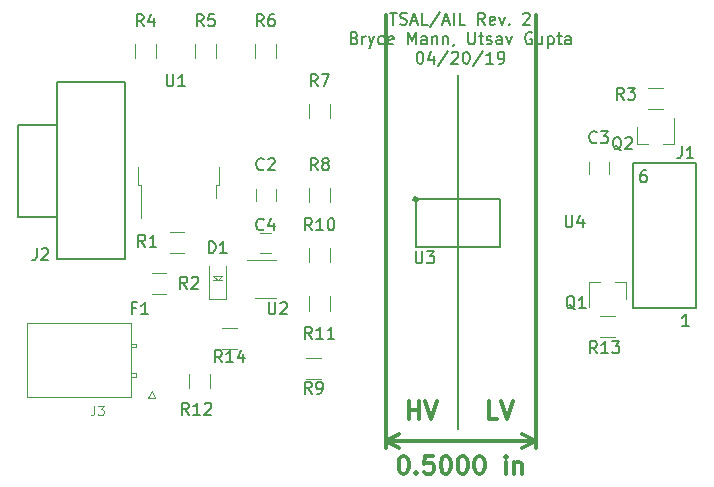
<source format=gto>
G04 #@! TF.GenerationSoftware,KiCad,Pcbnew,5.0.2-bee76a0~70~ubuntu18.04.1*
G04 #@! TF.CreationDate,2019-04-20T18:07:34-04:00*
G04 #@! TF.ProjectId,TSAL,5453414c-2e6b-4696-9361-645f70636258,rev?*
G04 #@! TF.SameCoordinates,Original*
G04 #@! TF.FileFunction,Legend,Top*
G04 #@! TF.FilePolarity,Positive*
%FSLAX46Y46*%
G04 Gerber Fmt 4.6, Leading zero omitted, Abs format (unit mm)*
G04 Created by KiCad (PCBNEW 5.0.2-bee76a0~70~ubuntu18.04.1) date Sat 20 Apr 2019 06:07:34 PM EDT*
%MOMM*%
%LPD*%
G01*
G04 APERTURE LIST*
%ADD10C,0.150000*%
%ADD11C,0.300000*%
%ADD12C,0.200000*%
%ADD13C,0.120000*%
%ADD14C,0.100000*%
%ADD15C,0.400000*%
G04 APERTURE END LIST*
D10*
X162933809Y-75018380D02*
X163505238Y-75018380D01*
X163219523Y-76018380D02*
X163219523Y-75018380D01*
X163790952Y-75970761D02*
X163933809Y-76018380D01*
X164171904Y-76018380D01*
X164267142Y-75970761D01*
X164314761Y-75923142D01*
X164362380Y-75827904D01*
X164362380Y-75732666D01*
X164314761Y-75637428D01*
X164267142Y-75589809D01*
X164171904Y-75542190D01*
X163981428Y-75494571D01*
X163886190Y-75446952D01*
X163838571Y-75399333D01*
X163790952Y-75304095D01*
X163790952Y-75208857D01*
X163838571Y-75113619D01*
X163886190Y-75066000D01*
X163981428Y-75018380D01*
X164219523Y-75018380D01*
X164362380Y-75066000D01*
X164743333Y-75732666D02*
X165219523Y-75732666D01*
X164648095Y-76018380D02*
X164981428Y-75018380D01*
X165314761Y-76018380D01*
X166124285Y-76018380D02*
X165648095Y-76018380D01*
X165648095Y-75018380D01*
X167171904Y-74970761D02*
X166314761Y-76256476D01*
X167457619Y-75732666D02*
X167933809Y-75732666D01*
X167362380Y-76018380D02*
X167695714Y-75018380D01*
X168029047Y-76018380D01*
X168362380Y-76018380D02*
X168362380Y-75018380D01*
X169314761Y-76018380D02*
X168838571Y-76018380D01*
X168838571Y-75018380D01*
X170981428Y-76018380D02*
X170648095Y-75542190D01*
X170410000Y-76018380D02*
X170410000Y-75018380D01*
X170790952Y-75018380D01*
X170886190Y-75066000D01*
X170933809Y-75113619D01*
X170981428Y-75208857D01*
X170981428Y-75351714D01*
X170933809Y-75446952D01*
X170886190Y-75494571D01*
X170790952Y-75542190D01*
X170410000Y-75542190D01*
X171790952Y-75970761D02*
X171695714Y-76018380D01*
X171505238Y-76018380D01*
X171410000Y-75970761D01*
X171362380Y-75875523D01*
X171362380Y-75494571D01*
X171410000Y-75399333D01*
X171505238Y-75351714D01*
X171695714Y-75351714D01*
X171790952Y-75399333D01*
X171838571Y-75494571D01*
X171838571Y-75589809D01*
X171362380Y-75685047D01*
X172171904Y-75351714D02*
X172410000Y-76018380D01*
X172648095Y-75351714D01*
X173029047Y-75923142D02*
X173076666Y-75970761D01*
X173029047Y-76018380D01*
X172981428Y-75970761D01*
X173029047Y-75923142D01*
X173029047Y-76018380D01*
X174219523Y-75113619D02*
X174267142Y-75066000D01*
X174362380Y-75018380D01*
X174600476Y-75018380D01*
X174695714Y-75066000D01*
X174743333Y-75113619D01*
X174790952Y-75208857D01*
X174790952Y-75304095D01*
X174743333Y-75446952D01*
X174171904Y-76018380D01*
X174790952Y-76018380D01*
X159933809Y-77144571D02*
X160076666Y-77192190D01*
X160124285Y-77239809D01*
X160171904Y-77335047D01*
X160171904Y-77477904D01*
X160124285Y-77573142D01*
X160076666Y-77620761D01*
X159981428Y-77668380D01*
X159600476Y-77668380D01*
X159600476Y-76668380D01*
X159933809Y-76668380D01*
X160029047Y-76716000D01*
X160076666Y-76763619D01*
X160124285Y-76858857D01*
X160124285Y-76954095D01*
X160076666Y-77049333D01*
X160029047Y-77096952D01*
X159933809Y-77144571D01*
X159600476Y-77144571D01*
X160600476Y-77668380D02*
X160600476Y-77001714D01*
X160600476Y-77192190D02*
X160648095Y-77096952D01*
X160695714Y-77049333D01*
X160790952Y-77001714D01*
X160886190Y-77001714D01*
X161124285Y-77001714D02*
X161362380Y-77668380D01*
X161600476Y-77001714D02*
X161362380Y-77668380D01*
X161267142Y-77906476D01*
X161219523Y-77954095D01*
X161124285Y-78001714D01*
X162410000Y-77620761D02*
X162314761Y-77668380D01*
X162124285Y-77668380D01*
X162029047Y-77620761D01*
X161981428Y-77573142D01*
X161933809Y-77477904D01*
X161933809Y-77192190D01*
X161981428Y-77096952D01*
X162029047Y-77049333D01*
X162124285Y-77001714D01*
X162314761Y-77001714D01*
X162410000Y-77049333D01*
X163219523Y-77620761D02*
X163124285Y-77668380D01*
X162933809Y-77668380D01*
X162838571Y-77620761D01*
X162790952Y-77525523D01*
X162790952Y-77144571D01*
X162838571Y-77049333D01*
X162933809Y-77001714D01*
X163124285Y-77001714D01*
X163219523Y-77049333D01*
X163267142Y-77144571D01*
X163267142Y-77239809D01*
X162790952Y-77335047D01*
X164457619Y-77668380D02*
X164457619Y-76668380D01*
X164790952Y-77382666D01*
X165124285Y-76668380D01*
X165124285Y-77668380D01*
X166029047Y-77668380D02*
X166029047Y-77144571D01*
X165981428Y-77049333D01*
X165886190Y-77001714D01*
X165695714Y-77001714D01*
X165600476Y-77049333D01*
X166029047Y-77620761D02*
X165933809Y-77668380D01*
X165695714Y-77668380D01*
X165600476Y-77620761D01*
X165552857Y-77525523D01*
X165552857Y-77430285D01*
X165600476Y-77335047D01*
X165695714Y-77287428D01*
X165933809Y-77287428D01*
X166029047Y-77239809D01*
X166505238Y-77001714D02*
X166505238Y-77668380D01*
X166505238Y-77096952D02*
X166552857Y-77049333D01*
X166648095Y-77001714D01*
X166790952Y-77001714D01*
X166886190Y-77049333D01*
X166933809Y-77144571D01*
X166933809Y-77668380D01*
X167410000Y-77001714D02*
X167410000Y-77668380D01*
X167410000Y-77096952D02*
X167457619Y-77049333D01*
X167552857Y-77001714D01*
X167695714Y-77001714D01*
X167790952Y-77049333D01*
X167838571Y-77144571D01*
X167838571Y-77668380D01*
X168362380Y-77620761D02*
X168362380Y-77668380D01*
X168314761Y-77763619D01*
X168267142Y-77811238D01*
X169552857Y-76668380D02*
X169552857Y-77477904D01*
X169600476Y-77573142D01*
X169648095Y-77620761D01*
X169743333Y-77668380D01*
X169933809Y-77668380D01*
X170029047Y-77620761D01*
X170076666Y-77573142D01*
X170124285Y-77477904D01*
X170124285Y-76668380D01*
X170457619Y-77001714D02*
X170838571Y-77001714D01*
X170600476Y-76668380D02*
X170600476Y-77525523D01*
X170648095Y-77620761D01*
X170743333Y-77668380D01*
X170838571Y-77668380D01*
X171124285Y-77620761D02*
X171219523Y-77668380D01*
X171410000Y-77668380D01*
X171505238Y-77620761D01*
X171552857Y-77525523D01*
X171552857Y-77477904D01*
X171505238Y-77382666D01*
X171410000Y-77335047D01*
X171267142Y-77335047D01*
X171171904Y-77287428D01*
X171124285Y-77192190D01*
X171124285Y-77144571D01*
X171171904Y-77049333D01*
X171267142Y-77001714D01*
X171410000Y-77001714D01*
X171505238Y-77049333D01*
X172410000Y-77668380D02*
X172410000Y-77144571D01*
X172362380Y-77049333D01*
X172267142Y-77001714D01*
X172076666Y-77001714D01*
X171981428Y-77049333D01*
X172410000Y-77620761D02*
X172314761Y-77668380D01*
X172076666Y-77668380D01*
X171981428Y-77620761D01*
X171933809Y-77525523D01*
X171933809Y-77430285D01*
X171981428Y-77335047D01*
X172076666Y-77287428D01*
X172314761Y-77287428D01*
X172410000Y-77239809D01*
X172790952Y-77001714D02*
X173029047Y-77668380D01*
X173267142Y-77001714D01*
X174933809Y-76716000D02*
X174838571Y-76668380D01*
X174695714Y-76668380D01*
X174552857Y-76716000D01*
X174457619Y-76811238D01*
X174410000Y-76906476D01*
X174362380Y-77096952D01*
X174362380Y-77239809D01*
X174410000Y-77430285D01*
X174457619Y-77525523D01*
X174552857Y-77620761D01*
X174695714Y-77668380D01*
X174790952Y-77668380D01*
X174933809Y-77620761D01*
X174981428Y-77573142D01*
X174981428Y-77239809D01*
X174790952Y-77239809D01*
X175838571Y-77001714D02*
X175838571Y-77668380D01*
X175410000Y-77001714D02*
X175410000Y-77525523D01*
X175457619Y-77620761D01*
X175552857Y-77668380D01*
X175695714Y-77668380D01*
X175790952Y-77620761D01*
X175838571Y-77573142D01*
X176314761Y-77001714D02*
X176314761Y-78001714D01*
X176314761Y-77049333D02*
X176410000Y-77001714D01*
X176600476Y-77001714D01*
X176695714Y-77049333D01*
X176743333Y-77096952D01*
X176790952Y-77192190D01*
X176790952Y-77477904D01*
X176743333Y-77573142D01*
X176695714Y-77620761D01*
X176600476Y-77668380D01*
X176410000Y-77668380D01*
X176314761Y-77620761D01*
X177076666Y-77001714D02*
X177457619Y-77001714D01*
X177219523Y-76668380D02*
X177219523Y-77525523D01*
X177267142Y-77620761D01*
X177362380Y-77668380D01*
X177457619Y-77668380D01*
X178219523Y-77668380D02*
X178219523Y-77144571D01*
X178171904Y-77049333D01*
X178076666Y-77001714D01*
X177886190Y-77001714D01*
X177790952Y-77049333D01*
X178219523Y-77620761D02*
X178124285Y-77668380D01*
X177886190Y-77668380D01*
X177790952Y-77620761D01*
X177743333Y-77525523D01*
X177743333Y-77430285D01*
X177790952Y-77335047D01*
X177886190Y-77287428D01*
X178124285Y-77287428D01*
X178219523Y-77239809D01*
X165433809Y-78318380D02*
X165529047Y-78318380D01*
X165624285Y-78366000D01*
X165671904Y-78413619D01*
X165719523Y-78508857D01*
X165767142Y-78699333D01*
X165767142Y-78937428D01*
X165719523Y-79127904D01*
X165671904Y-79223142D01*
X165624285Y-79270761D01*
X165529047Y-79318380D01*
X165433809Y-79318380D01*
X165338571Y-79270761D01*
X165290952Y-79223142D01*
X165243333Y-79127904D01*
X165195714Y-78937428D01*
X165195714Y-78699333D01*
X165243333Y-78508857D01*
X165290952Y-78413619D01*
X165338571Y-78366000D01*
X165433809Y-78318380D01*
X166624285Y-78651714D02*
X166624285Y-79318380D01*
X166386190Y-78270761D02*
X166148095Y-78985047D01*
X166767142Y-78985047D01*
X167862380Y-78270761D02*
X167005238Y-79556476D01*
X168148095Y-78413619D02*
X168195714Y-78366000D01*
X168290952Y-78318380D01*
X168529047Y-78318380D01*
X168624285Y-78366000D01*
X168671904Y-78413619D01*
X168719523Y-78508857D01*
X168719523Y-78604095D01*
X168671904Y-78746952D01*
X168100476Y-79318380D01*
X168719523Y-79318380D01*
X169338571Y-78318380D02*
X169433809Y-78318380D01*
X169529047Y-78366000D01*
X169576666Y-78413619D01*
X169624285Y-78508857D01*
X169671904Y-78699333D01*
X169671904Y-78937428D01*
X169624285Y-79127904D01*
X169576666Y-79223142D01*
X169529047Y-79270761D01*
X169433809Y-79318380D01*
X169338571Y-79318380D01*
X169243333Y-79270761D01*
X169195714Y-79223142D01*
X169148095Y-79127904D01*
X169100476Y-78937428D01*
X169100476Y-78699333D01*
X169148095Y-78508857D01*
X169195714Y-78413619D01*
X169243333Y-78366000D01*
X169338571Y-78318380D01*
X170814761Y-78270761D02*
X169957619Y-79556476D01*
X171671904Y-79318380D02*
X171100476Y-79318380D01*
X171386190Y-79318380D02*
X171386190Y-78318380D01*
X171290952Y-78461238D01*
X171195714Y-78556476D01*
X171100476Y-78604095D01*
X172148095Y-79318380D02*
X172338571Y-79318380D01*
X172433809Y-79270761D01*
X172481428Y-79223142D01*
X172576666Y-79080285D01*
X172624285Y-78889809D01*
X172624285Y-78508857D01*
X172576666Y-78413619D01*
X172529047Y-78366000D01*
X172433809Y-78318380D01*
X172243333Y-78318380D01*
X172148095Y-78366000D01*
X172100476Y-78413619D01*
X172052857Y-78508857D01*
X172052857Y-78746952D01*
X172100476Y-78842190D01*
X172148095Y-78889809D01*
X172243333Y-78937428D01*
X172433809Y-78937428D01*
X172529047Y-78889809D01*
X172576666Y-78842190D01*
X172624285Y-78746952D01*
D11*
X172033428Y-109390571D02*
X171319142Y-109390571D01*
X171319142Y-107890571D01*
X172319142Y-107890571D02*
X172819142Y-109390571D01*
X173319142Y-107890571D01*
X164536571Y-109390571D02*
X164536571Y-107890571D01*
X164536571Y-108604857D02*
X165393714Y-108604857D01*
X165393714Y-109390571D02*
X165393714Y-107890571D01*
X165893714Y-107890571D02*
X166393714Y-109390571D01*
X166893714Y-107890571D01*
D12*
X168656000Y-92964000D02*
X168656000Y-110236000D01*
X168656000Y-92964000D02*
X168656000Y-80264000D01*
D11*
X164017142Y-112530571D02*
X164160000Y-112530571D01*
X164302857Y-112602000D01*
X164374285Y-112673428D01*
X164445714Y-112816285D01*
X164517142Y-113102000D01*
X164517142Y-113459142D01*
X164445714Y-113744857D01*
X164374285Y-113887714D01*
X164302857Y-113959142D01*
X164160000Y-114030571D01*
X164017142Y-114030571D01*
X163874285Y-113959142D01*
X163802857Y-113887714D01*
X163731428Y-113744857D01*
X163660000Y-113459142D01*
X163660000Y-113102000D01*
X163731428Y-112816285D01*
X163802857Y-112673428D01*
X163874285Y-112602000D01*
X164017142Y-112530571D01*
X165160000Y-113887714D02*
X165231428Y-113959142D01*
X165160000Y-114030571D01*
X165088571Y-113959142D01*
X165160000Y-113887714D01*
X165160000Y-114030571D01*
X166588571Y-112530571D02*
X165874285Y-112530571D01*
X165802857Y-113244857D01*
X165874285Y-113173428D01*
X166017142Y-113102000D01*
X166374285Y-113102000D01*
X166517142Y-113173428D01*
X166588571Y-113244857D01*
X166660000Y-113387714D01*
X166660000Y-113744857D01*
X166588571Y-113887714D01*
X166517142Y-113959142D01*
X166374285Y-114030571D01*
X166017142Y-114030571D01*
X165874285Y-113959142D01*
X165802857Y-113887714D01*
X167588571Y-112530571D02*
X167731428Y-112530571D01*
X167874285Y-112602000D01*
X167945714Y-112673428D01*
X168017142Y-112816285D01*
X168088571Y-113102000D01*
X168088571Y-113459142D01*
X168017142Y-113744857D01*
X167945714Y-113887714D01*
X167874285Y-113959142D01*
X167731428Y-114030571D01*
X167588571Y-114030571D01*
X167445714Y-113959142D01*
X167374285Y-113887714D01*
X167302857Y-113744857D01*
X167231428Y-113459142D01*
X167231428Y-113102000D01*
X167302857Y-112816285D01*
X167374285Y-112673428D01*
X167445714Y-112602000D01*
X167588571Y-112530571D01*
X169017142Y-112530571D02*
X169160000Y-112530571D01*
X169302857Y-112602000D01*
X169374285Y-112673428D01*
X169445714Y-112816285D01*
X169517142Y-113102000D01*
X169517142Y-113459142D01*
X169445714Y-113744857D01*
X169374285Y-113887714D01*
X169302857Y-113959142D01*
X169160000Y-114030571D01*
X169017142Y-114030571D01*
X168874285Y-113959142D01*
X168802857Y-113887714D01*
X168731428Y-113744857D01*
X168660000Y-113459142D01*
X168660000Y-113102000D01*
X168731428Y-112816285D01*
X168802857Y-112673428D01*
X168874285Y-112602000D01*
X169017142Y-112530571D01*
X170445714Y-112530571D02*
X170588571Y-112530571D01*
X170731428Y-112602000D01*
X170802857Y-112673428D01*
X170874285Y-112816285D01*
X170945714Y-113102000D01*
X170945714Y-113459142D01*
X170874285Y-113744857D01*
X170802857Y-113887714D01*
X170731428Y-113959142D01*
X170588571Y-114030571D01*
X170445714Y-114030571D01*
X170302857Y-113959142D01*
X170231428Y-113887714D01*
X170160000Y-113744857D01*
X170088571Y-113459142D01*
X170088571Y-113102000D01*
X170160000Y-112816285D01*
X170231428Y-112673428D01*
X170302857Y-112602000D01*
X170445714Y-112530571D01*
X172731428Y-114030571D02*
X172731428Y-113030571D01*
X172731428Y-112530571D02*
X172660000Y-112602000D01*
X172731428Y-112673428D01*
X172802857Y-112602000D01*
X172731428Y-112530571D01*
X172731428Y-112673428D01*
X173445714Y-113030571D02*
X173445714Y-114030571D01*
X173445714Y-113173428D02*
X173517142Y-113102000D01*
X173660000Y-113030571D01*
X173874285Y-113030571D01*
X174017142Y-113102000D01*
X174088571Y-113244857D01*
X174088571Y-114030571D01*
X162560000Y-111252000D02*
X175260000Y-111252000D01*
X162560000Y-75184000D02*
X162560000Y-111838421D01*
X175260000Y-75184000D02*
X175260000Y-111838421D01*
X175260000Y-111252000D02*
X174133496Y-111838421D01*
X175260000Y-111252000D02*
X174133496Y-110665579D01*
X162560000Y-111252000D02*
X163686504Y-111838421D01*
X162560000Y-111252000D02*
X163686504Y-110665579D01*
D13*
G04 #@! TO.C,U1*
X148214000Y-89592000D02*
X148214000Y-90692000D01*
X148484000Y-89592000D02*
X148214000Y-89592000D01*
X148484000Y-88092000D02*
X148484000Y-89592000D01*
X141854000Y-89592000D02*
X141854000Y-92422000D01*
X141584000Y-89592000D02*
X141854000Y-89592000D01*
X141584000Y-88092000D02*
X141584000Y-89592000D01*
G04 #@! TO.C,Q2*
X183840000Y-86104000D02*
X184770000Y-86104000D01*
X187000000Y-86104000D02*
X186070000Y-86104000D01*
X187000000Y-86104000D02*
X187000000Y-83944000D01*
X183840000Y-86104000D02*
X183840000Y-84644000D01*
G04 #@! TO.C,C2*
X153250000Y-90940000D02*
X153250000Y-89940000D01*
X151550000Y-89940000D02*
X151550000Y-90940000D01*
G04 #@! TO.C,C3*
X179744000Y-87638000D02*
X179744000Y-88638000D01*
X181444000Y-88638000D02*
X181444000Y-87638000D01*
G04 #@! TO.C,C4*
X152900000Y-93638000D02*
X151900000Y-93638000D01*
X151900000Y-95338000D02*
X152900000Y-95338000D01*
D14*
G04 #@! TO.C,D1*
X148686000Y-97652000D02*
X148336000Y-97652000D01*
X148336000Y-97652000D02*
X147986000Y-97652000D01*
X148686000Y-97302000D02*
X148336000Y-97652000D01*
X148636000Y-97302000D02*
X148686000Y-97302000D01*
X148686000Y-97302000D02*
X148636000Y-97302000D01*
X147986000Y-97302000D02*
X148636000Y-97302000D01*
X148036000Y-97352000D02*
X147986000Y-97302000D01*
X148336000Y-97652000D02*
X148036000Y-97352000D01*
D13*
X147636000Y-99252000D02*
X149036000Y-99252000D01*
X149036000Y-99252000D02*
X149036000Y-96452000D01*
X147636000Y-99252000D02*
X147636000Y-96452000D01*
D10*
G04 #@! TO.C,J1*
X188832000Y-87738000D02*
X183532000Y-87738000D01*
X188832000Y-99968000D02*
X183532000Y-99968000D01*
X188832000Y-87738000D02*
X188832000Y-99968000D01*
X183532000Y-87738000D02*
X183532000Y-99968000D01*
G04 #@! TO.C,J2*
X134740000Y-84492000D02*
X131430000Y-84492000D01*
X131430000Y-84492000D02*
X131430000Y-92292000D01*
X131430000Y-92292000D02*
X134740000Y-92292000D01*
X134740000Y-95892000D02*
X140462000Y-95892000D01*
X134740000Y-80892000D02*
X140462000Y-80892000D01*
X134740000Y-95892000D02*
X134740000Y-80892000D01*
X140462000Y-95892000D02*
X140462000Y-80892000D01*
D13*
G04 #@! TO.C,J3*
X132218000Y-107534000D02*
X140978000Y-107534000D01*
X140978000Y-107534000D02*
X140978000Y-101294000D01*
X140978000Y-101294000D02*
X132218000Y-101294000D01*
X132218000Y-101294000D02*
X132218000Y-107534000D01*
X140978000Y-105814000D02*
X141448000Y-105814000D01*
X141448000Y-105814000D02*
X141448000Y-105514000D01*
X141448000Y-105514000D02*
X140978000Y-105514000D01*
X140978000Y-105514000D02*
X140978000Y-105814000D01*
X140978000Y-103314000D02*
X141448000Y-103314000D01*
X141448000Y-103314000D02*
X141448000Y-103014000D01*
X141448000Y-103014000D02*
X140978000Y-103014000D01*
X140978000Y-103014000D02*
X140978000Y-103314000D01*
X142748000Y-107064000D02*
X143048000Y-107664000D01*
X143048000Y-107664000D02*
X142448000Y-107664000D01*
X142448000Y-107664000D02*
X142748000Y-107064000D01*
G04 #@! TO.C,Q1*
X182936000Y-97792000D02*
X182936000Y-99252000D01*
X179776000Y-97792000D02*
X179776000Y-99952000D01*
X179776000Y-97792000D02*
X180706000Y-97792000D01*
X182936000Y-97792000D02*
X182006000Y-97792000D01*
G04 #@! TO.C,R1*
X144307000Y-93608000D02*
X145507000Y-93608000D01*
X145507000Y-95368000D02*
X144307000Y-95368000D01*
G04 #@! TO.C,R2*
X142783000Y-97037000D02*
X143983000Y-97037000D01*
X143983000Y-98797000D02*
X142783000Y-98797000D01*
G04 #@! TO.C,R3*
X184820000Y-81416000D02*
X186020000Y-81416000D01*
X186020000Y-83176000D02*
X184820000Y-83176000D01*
G04 #@! TO.C,R4*
X143120000Y-77632000D02*
X143120000Y-78832000D01*
X141360000Y-78832000D02*
X141360000Y-77632000D01*
G04 #@! TO.C,R5*
X146440000Y-78832000D02*
X146440000Y-77632000D01*
X148200000Y-77632000D02*
X148200000Y-78832000D01*
G04 #@! TO.C,R6*
X151520000Y-78832000D02*
X151520000Y-77632000D01*
X153280000Y-77632000D02*
X153280000Y-78832000D01*
G04 #@! TO.C,R7*
X157852000Y-82712000D02*
X157852000Y-83912000D01*
X156092000Y-83912000D02*
X156092000Y-82712000D01*
G04 #@! TO.C,R8*
X157852000Y-89824000D02*
X157852000Y-91024000D01*
X156092000Y-91024000D02*
X156092000Y-89824000D01*
G04 #@! TO.C,R9*
X155864000Y-104276000D02*
X157064000Y-104276000D01*
X157064000Y-106036000D02*
X155864000Y-106036000D01*
G04 #@! TO.C,R10*
X157852000Y-94904000D02*
X157852000Y-96104000D01*
X156092000Y-96104000D02*
X156092000Y-94904000D01*
G04 #@! TO.C,R11*
X157852000Y-99034000D02*
X157852000Y-100234000D01*
X156092000Y-100234000D02*
X156092000Y-99034000D01*
G04 #@! TO.C,R12*
X145932000Y-106772000D02*
X145932000Y-105572000D01*
X147692000Y-105572000D02*
X147692000Y-106772000D01*
G04 #@! TO.C,R13*
X180756000Y-100720000D02*
X181956000Y-100720000D01*
X181956000Y-102480000D02*
X180756000Y-102480000D01*
G04 #@! TO.C,R14*
X148752000Y-101736000D02*
X149952000Y-101736000D01*
X149952000Y-103496000D02*
X148752000Y-103496000D01*
G04 #@! TO.C,U2*
X151500000Y-99146000D02*
X153300000Y-99146000D01*
X153300000Y-95926000D02*
X150850000Y-95926000D01*
D10*
G04 #@! TO.C,U3*
X165100000Y-90805000D02*
X172212000Y-90805000D01*
X165100000Y-94869000D02*
X165100000Y-90805000D01*
X172212000Y-94869000D02*
X165100000Y-94869000D01*
X172212000Y-90805000D02*
X172212000Y-94869000D01*
D15*
X165200000Y-90805000D02*
G75*
G03X165200000Y-90805000I-100000J0D01*
G01*
G04 #@! TO.C,U1*
D10*
X144018095Y-80224380D02*
X144018095Y-81033904D01*
X144065714Y-81129142D01*
X144113333Y-81176761D01*
X144208571Y-81224380D01*
X144399047Y-81224380D01*
X144494285Y-81176761D01*
X144541904Y-81129142D01*
X144589523Y-81033904D01*
X144589523Y-80224380D01*
X145589523Y-81224380D02*
X145018095Y-81224380D01*
X145303809Y-81224380D02*
X145303809Y-80224380D01*
X145208571Y-80367238D01*
X145113333Y-80462476D01*
X145018095Y-80510095D01*
G04 #@! TO.C,Q2*
X182530761Y-86653619D02*
X182435523Y-86606000D01*
X182340285Y-86510761D01*
X182197428Y-86367904D01*
X182102190Y-86320285D01*
X182006952Y-86320285D01*
X182054571Y-86558380D02*
X181959333Y-86510761D01*
X181864095Y-86415523D01*
X181816476Y-86225047D01*
X181816476Y-85891714D01*
X181864095Y-85701238D01*
X181959333Y-85606000D01*
X182054571Y-85558380D01*
X182245047Y-85558380D01*
X182340285Y-85606000D01*
X182435523Y-85701238D01*
X182483142Y-85891714D01*
X182483142Y-86225047D01*
X182435523Y-86415523D01*
X182340285Y-86510761D01*
X182245047Y-86558380D01*
X182054571Y-86558380D01*
X182864095Y-85653619D02*
X182911714Y-85606000D01*
X183006952Y-85558380D01*
X183245047Y-85558380D01*
X183340285Y-85606000D01*
X183387904Y-85653619D01*
X183435523Y-85748857D01*
X183435523Y-85844095D01*
X183387904Y-85986952D01*
X182816476Y-86558380D01*
X183435523Y-86558380D01*
G04 #@! TO.C,C2*
X152233333Y-88241142D02*
X152185714Y-88288761D01*
X152042857Y-88336380D01*
X151947619Y-88336380D01*
X151804761Y-88288761D01*
X151709523Y-88193523D01*
X151661904Y-88098285D01*
X151614285Y-87907809D01*
X151614285Y-87764952D01*
X151661904Y-87574476D01*
X151709523Y-87479238D01*
X151804761Y-87384000D01*
X151947619Y-87336380D01*
X152042857Y-87336380D01*
X152185714Y-87384000D01*
X152233333Y-87431619D01*
X152614285Y-87431619D02*
X152661904Y-87384000D01*
X152757142Y-87336380D01*
X152995238Y-87336380D01*
X153090476Y-87384000D01*
X153138095Y-87431619D01*
X153185714Y-87526857D01*
X153185714Y-87622095D01*
X153138095Y-87764952D01*
X152566666Y-88336380D01*
X153185714Y-88336380D01*
G04 #@! TO.C,C3*
X180427333Y-85955142D02*
X180379714Y-86002761D01*
X180236857Y-86050380D01*
X180141619Y-86050380D01*
X179998761Y-86002761D01*
X179903523Y-85907523D01*
X179855904Y-85812285D01*
X179808285Y-85621809D01*
X179808285Y-85478952D01*
X179855904Y-85288476D01*
X179903523Y-85193238D01*
X179998761Y-85098000D01*
X180141619Y-85050380D01*
X180236857Y-85050380D01*
X180379714Y-85098000D01*
X180427333Y-85145619D01*
X180760666Y-85050380D02*
X181379714Y-85050380D01*
X181046380Y-85431333D01*
X181189238Y-85431333D01*
X181284476Y-85478952D01*
X181332095Y-85526571D01*
X181379714Y-85621809D01*
X181379714Y-85859904D01*
X181332095Y-85955142D01*
X181284476Y-86002761D01*
X181189238Y-86050380D01*
X180903523Y-86050380D01*
X180808285Y-86002761D01*
X180760666Y-85955142D01*
G04 #@! TO.C,C4*
X152233333Y-93345142D02*
X152185714Y-93392761D01*
X152042857Y-93440380D01*
X151947619Y-93440380D01*
X151804761Y-93392761D01*
X151709523Y-93297523D01*
X151661904Y-93202285D01*
X151614285Y-93011809D01*
X151614285Y-92868952D01*
X151661904Y-92678476D01*
X151709523Y-92583238D01*
X151804761Y-92488000D01*
X151947619Y-92440380D01*
X152042857Y-92440380D01*
X152185714Y-92488000D01*
X152233333Y-92535619D01*
X153090476Y-92773714D02*
X153090476Y-93440380D01*
X152852380Y-92392761D02*
X152614285Y-93107047D01*
X153233333Y-93107047D01*
G04 #@! TO.C,D1*
X147597904Y-95364380D02*
X147597904Y-94364380D01*
X147836000Y-94364380D01*
X147978857Y-94412000D01*
X148074095Y-94507238D01*
X148121714Y-94602476D01*
X148169333Y-94792952D01*
X148169333Y-94935809D01*
X148121714Y-95126285D01*
X148074095Y-95221523D01*
X147978857Y-95316761D01*
X147836000Y-95364380D01*
X147597904Y-95364380D01*
X149121714Y-95364380D02*
X148550285Y-95364380D01*
X148836000Y-95364380D02*
X148836000Y-94364380D01*
X148740761Y-94507238D01*
X148645523Y-94602476D01*
X148550285Y-94650095D01*
G04 #@! TO.C,F1*
X141398666Y-100004571D02*
X141065333Y-100004571D01*
X141065333Y-100528380D02*
X141065333Y-99528380D01*
X141541523Y-99528380D01*
X142446285Y-100528380D02*
X141874857Y-100528380D01*
X142160571Y-100528380D02*
X142160571Y-99528380D01*
X142065333Y-99671238D01*
X141970095Y-99766476D01*
X141874857Y-99814095D01*
G04 #@! TO.C,J1*
X187626666Y-86320380D02*
X187626666Y-87034666D01*
X187579047Y-87177523D01*
X187483809Y-87272761D01*
X187340952Y-87320380D01*
X187245714Y-87320380D01*
X188626666Y-87320380D02*
X188055238Y-87320380D01*
X188340952Y-87320380D02*
X188340952Y-86320380D01*
X188245714Y-86463238D01*
X188150476Y-86558476D01*
X188055238Y-86606095D01*
X184594476Y-88352380D02*
X184404000Y-88352380D01*
X184308761Y-88400000D01*
X184261142Y-88447619D01*
X184165904Y-88590476D01*
X184118285Y-88780952D01*
X184118285Y-89161904D01*
X184165904Y-89257142D01*
X184213523Y-89304761D01*
X184308761Y-89352380D01*
X184499238Y-89352380D01*
X184594476Y-89304761D01*
X184642095Y-89257142D01*
X184689714Y-89161904D01*
X184689714Y-88923809D01*
X184642095Y-88828571D01*
X184594476Y-88780952D01*
X184499238Y-88733333D01*
X184308761Y-88733333D01*
X184213523Y-88780952D01*
X184165904Y-88828571D01*
X184118285Y-88923809D01*
X188245714Y-101544380D02*
X187674285Y-101544380D01*
X187960000Y-101544380D02*
X187960000Y-100544380D01*
X187864761Y-100687238D01*
X187769523Y-100782476D01*
X187674285Y-100830095D01*
G04 #@! TO.C,J2*
X133016666Y-94956380D02*
X133016666Y-95670666D01*
X132969047Y-95813523D01*
X132873809Y-95908761D01*
X132730952Y-95956380D01*
X132635714Y-95956380D01*
X133445238Y-95051619D02*
X133492857Y-95004000D01*
X133588095Y-94956380D01*
X133826190Y-94956380D01*
X133921428Y-95004000D01*
X133969047Y-95051619D01*
X134016666Y-95146857D01*
X134016666Y-95242095D01*
X133969047Y-95384952D01*
X133397619Y-95956380D01*
X134016666Y-95956380D01*
G04 #@! TO.C,J3*
D13*
X137909333Y-108273904D02*
X137909333Y-108845333D01*
X137871238Y-108959619D01*
X137795047Y-109035809D01*
X137680761Y-109073904D01*
X137604571Y-109073904D01*
X138214095Y-108273904D02*
X138709333Y-108273904D01*
X138442666Y-108578666D01*
X138556952Y-108578666D01*
X138633142Y-108616761D01*
X138671238Y-108654857D01*
X138709333Y-108731047D01*
X138709333Y-108921523D01*
X138671238Y-108997714D01*
X138633142Y-109035809D01*
X138556952Y-109073904D01*
X138328380Y-109073904D01*
X138252190Y-109035809D01*
X138214095Y-108997714D01*
G04 #@! TO.C,Q1*
D10*
X178593761Y-100115619D02*
X178498523Y-100068000D01*
X178403285Y-99972761D01*
X178260428Y-99829904D01*
X178165190Y-99782285D01*
X178069952Y-99782285D01*
X178117571Y-100020380D02*
X178022333Y-99972761D01*
X177927095Y-99877523D01*
X177879476Y-99687047D01*
X177879476Y-99353714D01*
X177927095Y-99163238D01*
X178022333Y-99068000D01*
X178117571Y-99020380D01*
X178308047Y-99020380D01*
X178403285Y-99068000D01*
X178498523Y-99163238D01*
X178546142Y-99353714D01*
X178546142Y-99687047D01*
X178498523Y-99877523D01*
X178403285Y-99972761D01*
X178308047Y-100020380D01*
X178117571Y-100020380D01*
X179498523Y-100020380D02*
X178927095Y-100020380D01*
X179212809Y-100020380D02*
X179212809Y-99020380D01*
X179117571Y-99163238D01*
X179022333Y-99258476D01*
X178927095Y-99306095D01*
G04 #@! TO.C,R1*
X142200333Y-94813380D02*
X141867000Y-94337190D01*
X141628904Y-94813380D02*
X141628904Y-93813380D01*
X142009857Y-93813380D01*
X142105095Y-93861000D01*
X142152714Y-93908619D01*
X142200333Y-94003857D01*
X142200333Y-94146714D01*
X142152714Y-94241952D01*
X142105095Y-94289571D01*
X142009857Y-94337190D01*
X141628904Y-94337190D01*
X143152714Y-94813380D02*
X142581285Y-94813380D01*
X142867000Y-94813380D02*
X142867000Y-93813380D01*
X142771761Y-93956238D01*
X142676523Y-94051476D01*
X142581285Y-94099095D01*
G04 #@! TO.C,R2*
X145756333Y-98369380D02*
X145423000Y-97893190D01*
X145184904Y-98369380D02*
X145184904Y-97369380D01*
X145565857Y-97369380D01*
X145661095Y-97417000D01*
X145708714Y-97464619D01*
X145756333Y-97559857D01*
X145756333Y-97702714D01*
X145708714Y-97797952D01*
X145661095Y-97845571D01*
X145565857Y-97893190D01*
X145184904Y-97893190D01*
X146137285Y-97464619D02*
X146184904Y-97417000D01*
X146280142Y-97369380D01*
X146518238Y-97369380D01*
X146613476Y-97417000D01*
X146661095Y-97464619D01*
X146708714Y-97559857D01*
X146708714Y-97655095D01*
X146661095Y-97797952D01*
X146089666Y-98369380D01*
X146708714Y-98369380D01*
G04 #@! TO.C,R3*
X182713333Y-82367380D02*
X182380000Y-81891190D01*
X182141904Y-82367380D02*
X182141904Y-81367380D01*
X182522857Y-81367380D01*
X182618095Y-81415000D01*
X182665714Y-81462619D01*
X182713333Y-81557857D01*
X182713333Y-81700714D01*
X182665714Y-81795952D01*
X182618095Y-81843571D01*
X182522857Y-81891190D01*
X182141904Y-81891190D01*
X183046666Y-81367380D02*
X183665714Y-81367380D01*
X183332380Y-81748333D01*
X183475238Y-81748333D01*
X183570476Y-81795952D01*
X183618095Y-81843571D01*
X183665714Y-81938809D01*
X183665714Y-82176904D01*
X183618095Y-82272142D01*
X183570476Y-82319761D01*
X183475238Y-82367380D01*
X183189523Y-82367380D01*
X183094285Y-82319761D01*
X183046666Y-82272142D01*
G04 #@! TO.C,R4*
X142073333Y-76144380D02*
X141740000Y-75668190D01*
X141501904Y-76144380D02*
X141501904Y-75144380D01*
X141882857Y-75144380D01*
X141978095Y-75192000D01*
X142025714Y-75239619D01*
X142073333Y-75334857D01*
X142073333Y-75477714D01*
X142025714Y-75572952D01*
X141978095Y-75620571D01*
X141882857Y-75668190D01*
X141501904Y-75668190D01*
X142930476Y-75477714D02*
X142930476Y-76144380D01*
X142692380Y-75096761D02*
X142454285Y-75811047D01*
X143073333Y-75811047D01*
G04 #@! TO.C,R5*
X147153333Y-76144380D02*
X146820000Y-75668190D01*
X146581904Y-76144380D02*
X146581904Y-75144380D01*
X146962857Y-75144380D01*
X147058095Y-75192000D01*
X147105714Y-75239619D01*
X147153333Y-75334857D01*
X147153333Y-75477714D01*
X147105714Y-75572952D01*
X147058095Y-75620571D01*
X146962857Y-75668190D01*
X146581904Y-75668190D01*
X148058095Y-75144380D02*
X147581904Y-75144380D01*
X147534285Y-75620571D01*
X147581904Y-75572952D01*
X147677142Y-75525333D01*
X147915238Y-75525333D01*
X148010476Y-75572952D01*
X148058095Y-75620571D01*
X148105714Y-75715809D01*
X148105714Y-75953904D01*
X148058095Y-76049142D01*
X148010476Y-76096761D01*
X147915238Y-76144380D01*
X147677142Y-76144380D01*
X147581904Y-76096761D01*
X147534285Y-76049142D01*
G04 #@! TO.C,R6*
X152233333Y-76144380D02*
X151900000Y-75668190D01*
X151661904Y-76144380D02*
X151661904Y-75144380D01*
X152042857Y-75144380D01*
X152138095Y-75192000D01*
X152185714Y-75239619D01*
X152233333Y-75334857D01*
X152233333Y-75477714D01*
X152185714Y-75572952D01*
X152138095Y-75620571D01*
X152042857Y-75668190D01*
X151661904Y-75668190D01*
X153090476Y-75144380D02*
X152900000Y-75144380D01*
X152804761Y-75192000D01*
X152757142Y-75239619D01*
X152661904Y-75382476D01*
X152614285Y-75572952D01*
X152614285Y-75953904D01*
X152661904Y-76049142D01*
X152709523Y-76096761D01*
X152804761Y-76144380D01*
X152995238Y-76144380D01*
X153090476Y-76096761D01*
X153138095Y-76049142D01*
X153185714Y-75953904D01*
X153185714Y-75715809D01*
X153138095Y-75620571D01*
X153090476Y-75572952D01*
X152995238Y-75525333D01*
X152804761Y-75525333D01*
X152709523Y-75572952D01*
X152661904Y-75620571D01*
X152614285Y-75715809D01*
G04 #@! TO.C,R7*
X156805333Y-81224380D02*
X156472000Y-80748190D01*
X156233904Y-81224380D02*
X156233904Y-80224380D01*
X156614857Y-80224380D01*
X156710095Y-80272000D01*
X156757714Y-80319619D01*
X156805333Y-80414857D01*
X156805333Y-80557714D01*
X156757714Y-80652952D01*
X156710095Y-80700571D01*
X156614857Y-80748190D01*
X156233904Y-80748190D01*
X157138666Y-80224380D02*
X157805333Y-80224380D01*
X157376761Y-81224380D01*
G04 #@! TO.C,R8*
X156805333Y-88336380D02*
X156472000Y-87860190D01*
X156233904Y-88336380D02*
X156233904Y-87336380D01*
X156614857Y-87336380D01*
X156710095Y-87384000D01*
X156757714Y-87431619D01*
X156805333Y-87526857D01*
X156805333Y-87669714D01*
X156757714Y-87764952D01*
X156710095Y-87812571D01*
X156614857Y-87860190D01*
X156233904Y-87860190D01*
X157376761Y-87764952D02*
X157281523Y-87717333D01*
X157233904Y-87669714D01*
X157186285Y-87574476D01*
X157186285Y-87526857D01*
X157233904Y-87431619D01*
X157281523Y-87384000D01*
X157376761Y-87336380D01*
X157567238Y-87336380D01*
X157662476Y-87384000D01*
X157710095Y-87431619D01*
X157757714Y-87526857D01*
X157757714Y-87574476D01*
X157710095Y-87669714D01*
X157662476Y-87717333D01*
X157567238Y-87764952D01*
X157376761Y-87764952D01*
X157281523Y-87812571D01*
X157233904Y-87860190D01*
X157186285Y-87955428D01*
X157186285Y-88145904D01*
X157233904Y-88241142D01*
X157281523Y-88288761D01*
X157376761Y-88336380D01*
X157567238Y-88336380D01*
X157662476Y-88288761D01*
X157710095Y-88241142D01*
X157757714Y-88145904D01*
X157757714Y-87955428D01*
X157710095Y-87860190D01*
X157662476Y-87812571D01*
X157567238Y-87764952D01*
G04 #@! TO.C,R9*
X156297333Y-107258380D02*
X155964000Y-106782190D01*
X155725904Y-107258380D02*
X155725904Y-106258380D01*
X156106857Y-106258380D01*
X156202095Y-106306000D01*
X156249714Y-106353619D01*
X156297333Y-106448857D01*
X156297333Y-106591714D01*
X156249714Y-106686952D01*
X156202095Y-106734571D01*
X156106857Y-106782190D01*
X155725904Y-106782190D01*
X156773523Y-107258380D02*
X156964000Y-107258380D01*
X157059238Y-107210761D01*
X157106857Y-107163142D01*
X157202095Y-107020285D01*
X157249714Y-106829809D01*
X157249714Y-106448857D01*
X157202095Y-106353619D01*
X157154476Y-106306000D01*
X157059238Y-106258380D01*
X156868761Y-106258380D01*
X156773523Y-106306000D01*
X156725904Y-106353619D01*
X156678285Y-106448857D01*
X156678285Y-106686952D01*
X156725904Y-106782190D01*
X156773523Y-106829809D01*
X156868761Y-106877428D01*
X157059238Y-106877428D01*
X157154476Y-106829809D01*
X157202095Y-106782190D01*
X157249714Y-106686952D01*
G04 #@! TO.C,R10*
X156329142Y-93416380D02*
X155995809Y-92940190D01*
X155757714Y-93416380D02*
X155757714Y-92416380D01*
X156138666Y-92416380D01*
X156233904Y-92464000D01*
X156281523Y-92511619D01*
X156329142Y-92606857D01*
X156329142Y-92749714D01*
X156281523Y-92844952D01*
X156233904Y-92892571D01*
X156138666Y-92940190D01*
X155757714Y-92940190D01*
X157281523Y-93416380D02*
X156710095Y-93416380D01*
X156995809Y-93416380D02*
X156995809Y-92416380D01*
X156900571Y-92559238D01*
X156805333Y-92654476D01*
X156710095Y-92702095D01*
X157900571Y-92416380D02*
X157995809Y-92416380D01*
X158091047Y-92464000D01*
X158138666Y-92511619D01*
X158186285Y-92606857D01*
X158233904Y-92797333D01*
X158233904Y-93035428D01*
X158186285Y-93225904D01*
X158138666Y-93321142D01*
X158091047Y-93368761D01*
X157995809Y-93416380D01*
X157900571Y-93416380D01*
X157805333Y-93368761D01*
X157757714Y-93321142D01*
X157710095Y-93225904D01*
X157662476Y-93035428D01*
X157662476Y-92797333D01*
X157710095Y-92606857D01*
X157757714Y-92511619D01*
X157805333Y-92464000D01*
X157900571Y-92416380D01*
G04 #@! TO.C,R11*
X156329142Y-102626380D02*
X155995809Y-102150190D01*
X155757714Y-102626380D02*
X155757714Y-101626380D01*
X156138666Y-101626380D01*
X156233904Y-101674000D01*
X156281523Y-101721619D01*
X156329142Y-101816857D01*
X156329142Y-101959714D01*
X156281523Y-102054952D01*
X156233904Y-102102571D01*
X156138666Y-102150190D01*
X155757714Y-102150190D01*
X157281523Y-102626380D02*
X156710095Y-102626380D01*
X156995809Y-102626380D02*
X156995809Y-101626380D01*
X156900571Y-101769238D01*
X156805333Y-101864476D01*
X156710095Y-101912095D01*
X158233904Y-102626380D02*
X157662476Y-102626380D01*
X157948190Y-102626380D02*
X157948190Y-101626380D01*
X157852952Y-101769238D01*
X157757714Y-101864476D01*
X157662476Y-101912095D01*
G04 #@! TO.C,R12*
X145915142Y-109037380D02*
X145581809Y-108561190D01*
X145343714Y-109037380D02*
X145343714Y-108037380D01*
X145724666Y-108037380D01*
X145819904Y-108085000D01*
X145867523Y-108132619D01*
X145915142Y-108227857D01*
X145915142Y-108370714D01*
X145867523Y-108465952D01*
X145819904Y-108513571D01*
X145724666Y-108561190D01*
X145343714Y-108561190D01*
X146867523Y-109037380D02*
X146296095Y-109037380D01*
X146581809Y-109037380D02*
X146581809Y-108037380D01*
X146486571Y-108180238D01*
X146391333Y-108275476D01*
X146296095Y-108323095D01*
X147248476Y-108132619D02*
X147296095Y-108085000D01*
X147391333Y-108037380D01*
X147629428Y-108037380D01*
X147724666Y-108085000D01*
X147772285Y-108132619D01*
X147819904Y-108227857D01*
X147819904Y-108323095D01*
X147772285Y-108465952D01*
X147200857Y-109037380D01*
X147819904Y-109037380D01*
G04 #@! TO.C,R13*
X180459142Y-103830380D02*
X180125809Y-103354190D01*
X179887714Y-103830380D02*
X179887714Y-102830380D01*
X180268666Y-102830380D01*
X180363904Y-102878000D01*
X180411523Y-102925619D01*
X180459142Y-103020857D01*
X180459142Y-103163714D01*
X180411523Y-103258952D01*
X180363904Y-103306571D01*
X180268666Y-103354190D01*
X179887714Y-103354190D01*
X181411523Y-103830380D02*
X180840095Y-103830380D01*
X181125809Y-103830380D02*
X181125809Y-102830380D01*
X181030571Y-102973238D01*
X180935333Y-103068476D01*
X180840095Y-103116095D01*
X181744857Y-102830380D02*
X182363904Y-102830380D01*
X182030571Y-103211333D01*
X182173428Y-103211333D01*
X182268666Y-103258952D01*
X182316285Y-103306571D01*
X182363904Y-103401809D01*
X182363904Y-103639904D01*
X182316285Y-103735142D01*
X182268666Y-103782761D01*
X182173428Y-103830380D01*
X181887714Y-103830380D01*
X181792476Y-103782761D01*
X181744857Y-103735142D01*
G04 #@! TO.C,R14*
X148709142Y-104592380D02*
X148375809Y-104116190D01*
X148137714Y-104592380D02*
X148137714Y-103592380D01*
X148518666Y-103592380D01*
X148613904Y-103640000D01*
X148661523Y-103687619D01*
X148709142Y-103782857D01*
X148709142Y-103925714D01*
X148661523Y-104020952D01*
X148613904Y-104068571D01*
X148518666Y-104116190D01*
X148137714Y-104116190D01*
X149661523Y-104592380D02*
X149090095Y-104592380D01*
X149375809Y-104592380D02*
X149375809Y-103592380D01*
X149280571Y-103735238D01*
X149185333Y-103830476D01*
X149090095Y-103878095D01*
X150518666Y-103925714D02*
X150518666Y-104592380D01*
X150280571Y-103544761D02*
X150042476Y-104259047D01*
X150661523Y-104259047D01*
G04 #@! TO.C,U2*
X152654095Y-99528380D02*
X152654095Y-100337904D01*
X152701714Y-100433142D01*
X152749333Y-100480761D01*
X152844571Y-100528380D01*
X153035047Y-100528380D01*
X153130285Y-100480761D01*
X153177904Y-100433142D01*
X153225523Y-100337904D01*
X153225523Y-99528380D01*
X153654095Y-99623619D02*
X153701714Y-99576000D01*
X153796952Y-99528380D01*
X154035047Y-99528380D01*
X154130285Y-99576000D01*
X154177904Y-99623619D01*
X154225523Y-99718857D01*
X154225523Y-99814095D01*
X154177904Y-99956952D01*
X153606476Y-100528380D01*
X154225523Y-100528380D01*
G04 #@! TO.C,U3*
X165100095Y-95210380D02*
X165100095Y-96019904D01*
X165147714Y-96115142D01*
X165195333Y-96162761D01*
X165290571Y-96210380D01*
X165481047Y-96210380D01*
X165576285Y-96162761D01*
X165623904Y-96115142D01*
X165671523Y-96019904D01*
X165671523Y-95210380D01*
X166052476Y-95210380D02*
X166671523Y-95210380D01*
X166338190Y-95591333D01*
X166481047Y-95591333D01*
X166576285Y-95638952D01*
X166623904Y-95686571D01*
X166671523Y-95781809D01*
X166671523Y-96019904D01*
X166623904Y-96115142D01*
X166576285Y-96162761D01*
X166481047Y-96210380D01*
X166195333Y-96210380D01*
X166100095Y-96162761D01*
X166052476Y-96115142D01*
G04 #@! TO.C,U4*
X177800095Y-92162380D02*
X177800095Y-92971904D01*
X177847714Y-93067142D01*
X177895333Y-93114761D01*
X177990571Y-93162380D01*
X178181047Y-93162380D01*
X178276285Y-93114761D01*
X178323904Y-93067142D01*
X178371523Y-92971904D01*
X178371523Y-92162380D01*
X179276285Y-92495714D02*
X179276285Y-93162380D01*
X179038190Y-92114761D02*
X178800095Y-92829047D01*
X179419142Y-92829047D01*
G04 #@! TD*
M02*

</source>
